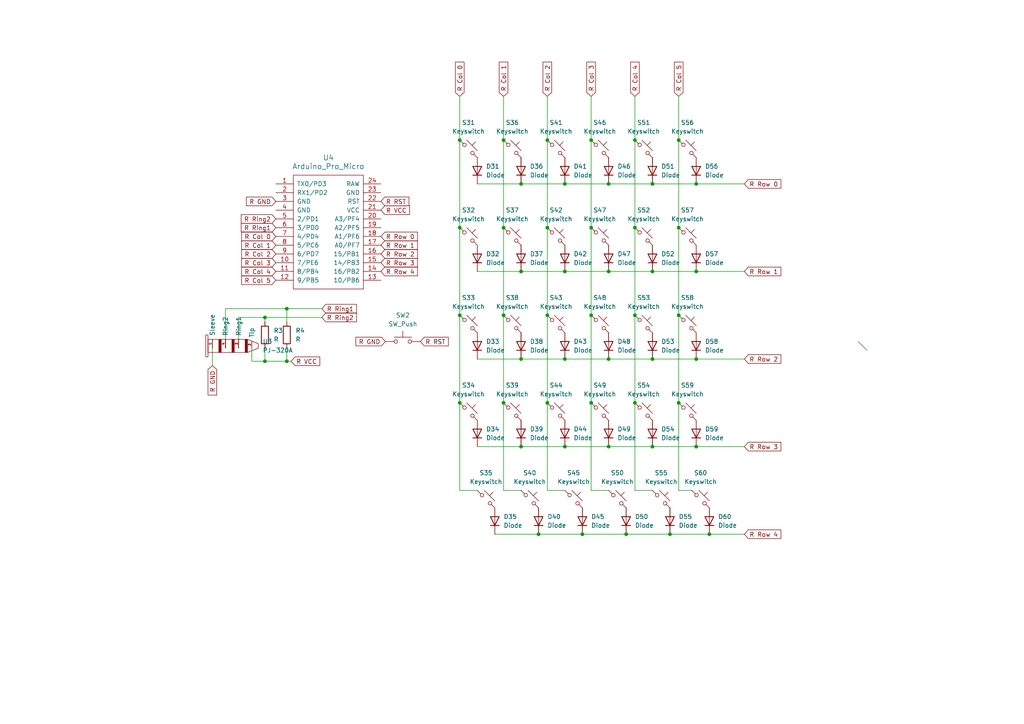
<source format=kicad_sch>
(kicad_sch (version 20250114) (generator "eeschema") (generator_version "9.0")
  (paper "A4")
  (lib_symbols
    (symbol "Device:R" (pin_numbers (hide yes)) (pin_names (offset 0))
      (property "Reference" "R" (at 2.032 0 90))
      (property "Value" "R" (at 0 0 90))
      (symbol "R_0_1"
        (rectangle (start -1.016 -2.54) (end 1.016 2.54) (stroke (width 0.254)))
      )
      (symbol "R_1_1"
        (pin passive line (at 0 3.81 270) (length 1.27) (name "~") (number "1"))
        (pin passive line (at 0 -3.81 90) (length 1.27) (name "~") (number "2"))
      )
    )
    (symbol "PJ-320A_Library:PJ-320A" (pin_names (offset 1.016))
      (property "Reference" "U" (at 0 -1.905 0))
      (property "Value" "PJ-320A" (at 0 0 0))
      (symbol "PJ-320A_0_1"
        (rectangle (start -3.175 1.27) (end 3.175 1.905))
        (polyline (pts (xy -1.905 13.335) (xy -0.635 16.51) (xy 0.635 16.51) (xy 1.905 13.335) (xy -1.905 13.335)))
        (rectangle (start -1.905 12.7) (end 1.905 13.335) (fill (type outline)))
        (rectangle (start -1.905 9.525) (end 1.905 12.7))
        (rectangle (start -1.905 8.89) (end 1.905 9.525) (fill (type outline)))
        (rectangle (start -1.905 5.715) (end 1.905 8.89))
        (rectangle (start -1.905 5.08) (end 1.905 5.715) (fill (type outline)))
        (rectangle (start -1.905 1.905) (end 1.905 5.08))
      )
      (symbol "PJ-320A_1_1"
        (pin bidirectional line (at 0.635 14.605 180) (length 2.0066) (name "Tip") (number "2"))
        (pin bidirectional line (at 0.635 10.795 180) (length 2.54) (name "Ring1") (number "3"))
        (pin bidirectional line (at 0.635 6.985 180) (length 2.54) (name "Ring2") (number "4"))
        (pin bidirectional line (at 0.635 3.175 180) (length 2.54) (name "Sleeve") (number "1"))
      )
    )
    (symbol "ScottKeebs:MCU_Arduino_Pro_Micro" (pin_names (offset 1.016))
      (property "Reference" "U" (at 0 0 0))
      (property "Value" "Arduino_Pro_Micro" (at 0 -19.05 0))
      (symbol "MCU_Arduino_Pro_Micro_0_1"
        (rectangle (start -10.16 16.51) (end 10.16 -16.51))
      )
      (symbol "MCU_Arduino_Pro_Micro_1_1"
        (pin input line (at -15.24 13.97 0) (length 5.08) (name "TX0/PD3") (number "1"))
        (pin input line (at -15.24 11.43 0) (length 5.08) (name "RX1/PD2") (number "2"))
        (pin input line (at -15.24 8.89 0) (length 5.08) (name "GND") (number "3"))
        (pin input line (at -15.24 6.35 0) (length 5.08) (name "GND") (number "4"))
        (pin input line (at -15.24 3.81 0) (length 5.08) (name "2/PD1") (number "5"))
        (pin input line (at -15.24 1.27 0) (length 5.08) (name "3/PD0") (number "6"))
        (pin input line (at -15.24 -1.27 0) (length 5.08) (name "4/PD4") (number "7"))
        (pin input line (at -15.24 -3.81 0) (length 5.08) (name "5/PC6") (number "8"))
        (pin input line (at -15.24 -6.35 0) (length 5.08) (name "6/PD7") (number "9"))
        (pin input line (at -15.24 -8.89 0) (length 5.08) (name "7/PE6") (number "10"))
        (pin input line (at -15.24 -11.43 0) (length 5.08) (name "8/PB4") (number "11"))
        (pin input line (at -15.24 -13.97 0) (length 5.08) (name "9/PB5") (number "12"))
        (pin input line (at 15.24 13.97 180) (length 5.08) (name "RAW") (number "24"))
        (pin input line (at 15.24 11.43 180) (length 5.08) (name "GND") (number "23"))
        (pin input line (at 15.24 8.89 180) (length 5.08) (name "RST") (number "22"))
        (pin input line (at 15.24 6.35 180) (length 5.08) (name "VCC") (number "21"))
        (pin input line (at 15.24 3.81 180) (length 5.08) (name "A3/PF4") (number "20"))
        (pin input line (at 15.24 1.27 180) (length 5.08) (name "A2/PF5") (number "19"))
        (pin input line (at 15.24 -1.27 180) (length 5.08) (name "A1/PF6") (number "18"))
        (pin input line (at 15.24 -3.81 180) (length 5.08) (name "A0/PF7") (number "17"))
        (pin input line (at 15.24 -6.35 180) (length 5.08) (name "15/PB1") (number "16"))
        (pin input line (at 15.24 -8.89 180) (length 5.08) (name "14/PB3") (number "15"))
        (pin input line (at 15.24 -11.43 180) (length 5.08) (name "16/PB2") (number "14"))
        (pin input line (at 15.24 -13.97 180) (length 5.08) (name "10/PB6") (number "13"))
      )
    )
    (symbol "ScottKeebs:Placeholder_Diode" (pin_numbers (hide yes)) (pin_names (hide yes))
      (property "Reference" "D" (at 0 2.54 0))
      (property "Value" "Diode" (at 0 -2.54 0))
      (symbol "Placeholder_Diode_0_1"
        (polyline (pts (xy -1.27 1.27) (xy -1.27 -1.27)) (stroke (width 0.254)))
        (polyline (pts (xy 1.27 1.27) (xy 1.27 -1.27) (xy -1.27 0) (xy 1.27 1.27)) (stroke (width 0.254)))
        (polyline (pts (xy 1.27 0) (xy -1.27 0)))
      )
      (symbol "Placeholder_Diode_1_1"
        (pin passive line (at -3.81 0 0) (length 2.54) (name "K") (number "1"))
        (pin passive line (at 3.81 0 180) (length 2.54) (name "A") (number "2"))
      )
    )
    (symbol "ScottKeebs:Placeholder_Keyswitch" (pin_numbers (hide yes)) (pin_names (offset 1.016) (hide yes))
      (property "Reference" "S" (at 3.048 1.016 0))
      (property "Value" "Keyswitch" (at 0 -3.81 0))
      (symbol "Placeholder_Keyswitch_0_1"
        (polyline (pts (xy -2.54 2.54) (xy -1.524 1.524) (xy -1.524 1.524)))
        (circle (center -1.1684 1.1684) (radius 0.508))
        (polyline (pts (xy -0.508 2.54) (xy 2.54 -0.508)))
        (polyline (pts (xy 1.016 1.016) (xy 2.032 2.032)))
        (circle (center 1.143 -1.1938) (radius 0.508))
        (polyline (pts (xy 1.524 -1.524) (xy 2.54 -2.54) (xy 2.54 -2.54) (xy 2.54 -2.54)))
        (pin passive line (at -2.54 2.54 0) (length 0) (name "1") (number "1"))
        (pin passive line (at 2.54 -2.54 180) (length 0) (name "2") (number "2"))
      )
    )
    (symbol "Switch:SW_Push" (pin_numbers (hide yes)) (pin_names (offset 1.016) (hide yes))
      (property "Reference" "SW" (at 1.27 2.54 0))
      (property "Value" "SW_Push" (at 0 -1.524 0))
      (symbol "SW_Push_0_1"
        (circle (center -2.032 0) (radius 0.508))
        (polyline (pts (xy 0 1.27) (xy 0 3.048)))
        (circle (center 2.032 0) (radius 0.508))
        (polyline (pts (xy 2.54 1.27) (xy -2.54 1.27)))
        (pin passive line (at -5.08 0 0) (length 2.54) (name "1") (number "1"))
        (pin passive line (at 5.08 0 180) (length 2.54) (name "2") (number "2"))
      )
    )
  )
  (junction (at 171.45 116.84))
  (junction (at 184.15 116.84))
  (junction (at 158.75 91.44))
  (junction (at 194.31 154.94))
  (junction (at 151.13 78.74))
  (junction (at 171.45 66.04))
  (junction (at 133.35 66.04))
  (junction (at 151.13 129.54))
  (junction (at 76.835 92.075))
  (junction (at 163.83 78.74))
  (junction (at 171.45 91.44))
  (junction (at 205.74 154.94))
  (junction (at 189.23 104.14))
  (junction (at 163.83 129.54))
  (junction (at 176.53 104.14))
  (junction (at 201.93 129.54))
  (junction (at 176.53 129.54))
  (junction (at 181.61 154.94))
  (junction (at 184.15 40.64))
  (junction (at 158.75 116.84))
  (junction (at 158.75 66.04))
  (junction (at 184.15 91.44))
  (junction (at 83.185 89.535))
  (junction (at 146.05 116.84))
  (junction (at 196.85 91.44))
  (junction (at 196.85 40.64))
  (junction (at 133.35 40.64))
  (junction (at 158.75 40.64))
  (junction (at 146.05 40.64))
  (junction (at 156.21 154.94))
  (junction (at 133.35 116.84))
  (junction (at 146.05 91.44))
  (junction (at 176.53 53.34))
  (junction (at 133.35 91.44))
  (junction (at 189.23 129.54))
  (junction (at 151.13 104.14))
  (junction (at 83.185 104.775))
  (junction (at 76.835 104.775))
  (junction (at 189.23 53.34))
  (junction (at 163.83 104.14))
  (junction (at 201.93 53.34))
  (junction (at 201.93 78.74))
  (junction (at 151.13 53.34))
  (junction (at 146.05 66.04))
  (junction (at 196.85 66.04))
  (junction (at 163.83 53.34))
  (junction (at 171.45 40.64))
  (junction (at 176.53 78.74))
  (junction (at 189.23 78.74))
  (junction (at 196.85 116.84))
  (junction (at 184.15 66.04))
  (junction (at 168.91 154.94))
  (junction (at 201.93 104.14))
  (no_connect (at 459.74 -59.69))
  (bus_entry (at 248.92 99.06) (size 2.54 2.54))
  (wire (pts (xy 146.05 66.04) (xy 146.05 91.44)))
  (wire (pts (xy 73.025 104.775) (xy 76.835 104.775)))
  (wire (pts (xy 171.45 40.64) (xy 171.45 66.04)))
  (wire (pts (xy 156.21 154.94) (xy 168.91 154.94)))
  (wire (pts (xy 176.53 129.54) (xy 189.23 129.54)))
  (wire (pts (xy 151.13 129.54) (xy 163.83 129.54)))
  (wire (pts (xy 163.83 53.34) (xy 176.53 53.34)))
  (wire (pts (xy 205.74 154.94) (xy 194.31 154.94)))
  (wire (pts (xy 171.45 91.44) (xy 171.45 116.84)))
  (wire (pts (xy 184.15 142.24) (xy 189.23 142.24)))
  (wire (pts (xy 184.15 116.84) (xy 184.15 142.24)))
  (wire (pts (xy 184.15 27.94) (xy 184.15 40.64)))
  (wire (pts (xy 83.185 100.965) (xy 83.185 104.775)))
  (wire (pts (xy 76.835 92.075) (xy 76.835 93.345)))
  (wire (pts (xy 138.43 129.54) (xy 151.13 129.54)))
  (wire (pts (xy 76.835 100.965) (xy 76.835 104.775)))
  (wire (pts (xy 196.85 40.64) (xy 196.85 66.04)))
  (wire (pts (xy 196.85 142.24) (xy 200.66 142.24)))
  (wire (pts (xy 133.35 116.84) (xy 133.35 142.24)))
  (wire (pts (xy 201.93 129.54) (xy 215.9 129.54)))
  (wire (pts (xy 171.45 66.04) (xy 171.45 91.44)))
  (wire (pts (xy 83.185 89.535) (xy 93.345 89.535)))
  (wire (pts (xy 189.23 78.74) (xy 201.93 78.74)))
  (wire (pts (xy 76.835 92.075) (xy 93.345 92.075)))
  (wire (pts (xy 133.35 27.94) (xy 133.35 40.64)))
  (wire (pts (xy 184.15 40.64) (xy 184.15 66.04)))
  (wire (pts (xy 163.83 104.14) (xy 176.53 104.14)))
  (wire (pts (xy 143.51 154.94) (xy 156.21 154.94)))
  (wire (pts (xy 83.185 89.535) (xy 83.185 93.345)))
  (wire (pts (xy 196.85 66.04) (xy 196.85 91.44)))
  (wire (pts (xy 189.23 53.34) (xy 201.93 53.34)))
  (wire (pts (xy 171.45 27.94) (xy 171.45 40.64)))
  (wire (pts (xy 176.53 53.34) (xy 189.23 53.34)))
  (wire (pts (xy 146.05 40.64) (xy 146.05 66.04)))
  (wire (pts (xy 146.05 91.44) (xy 146.05 116.84)))
  (wire (pts (xy 215.9 78.74) (xy 201.93 78.74)))
  (wire (pts (xy 73.025 104.775) (xy 73.025 100.965)))
  (wire (pts (xy 171.45 116.84) (xy 171.45 142.24)))
  (wire (pts (xy 69.215 92.075) (xy 76.835 92.075)))
  (wire (pts (xy 133.35 142.24) (xy 138.43 142.24)))
  (wire (pts (xy 158.75 91.44) (xy 158.75 116.84)))
  (wire (pts (xy 215.9 104.14) (xy 201.93 104.14)))
  (wire (pts (xy 163.83 78.74) (xy 176.53 78.74)))
  (wire (pts (xy 83.185 104.775) (xy 84.455 104.775)))
  (wire (pts (xy 215.9 154.94) (xy 205.74 154.94)))
  (wire (pts (xy 76.835 104.775) (xy 83.185 104.775)))
  (wire (pts (xy 168.91 154.94) (xy 181.61 154.94)))
  (wire (pts (xy 138.43 104.14) (xy 151.13 104.14)))
  (wire (pts (xy 138.43 78.74) (xy 151.13 78.74)))
  (wire (pts (xy 133.35 66.04) (xy 133.35 91.44)))
  (wire (pts (xy 196.85 91.44) (xy 196.85 116.84)))
  (wire (pts (xy 65.405 100.965) (xy 65.405 89.535)))
  (wire (pts (xy 158.75 116.84) (xy 158.75 142.24)))
  (wire (pts (xy 189.23 104.14) (xy 201.93 104.14)))
  (wire (pts (xy 146.05 27.94) (xy 146.05 40.64)))
  (wire (pts (xy 61.595 100.965) (xy 61.595 106.045)))
  (wire (pts (xy 176.53 78.74) (xy 189.23 78.74)))
  (wire (pts (xy 133.35 91.44) (xy 133.35 116.84)))
  (wire (pts (xy 146.05 142.24) (xy 151.13 142.24)))
  (wire (pts (xy 158.75 142.24) (xy 163.83 142.24)))
  (wire (pts (xy 151.13 78.74) (xy 163.83 78.74)))
  (wire (pts (xy 158.75 66.04) (xy 158.75 91.44)))
  (wire (pts (xy 184.15 91.44) (xy 184.15 116.84)))
  (wire (pts (xy 196.85 116.84) (xy 196.85 142.24)))
  (wire (pts (xy 189.23 129.54) (xy 201.93 129.54)))
  (wire (pts (xy 133.35 40.64) (xy 133.35 66.04)))
  (wire (pts (xy 201.93 53.34) (xy 215.9 53.34)))
  (wire (pts (xy 163.83 129.54) (xy 176.53 129.54)))
  (wire (pts (xy 158.75 40.64) (xy 158.75 66.04)))
  (wire (pts (xy 151.13 53.34) (xy 163.83 53.34)))
  (wire (pts (xy 151.13 104.14) (xy 163.83 104.14)))
  (wire (pts (xy 196.85 27.94) (xy 196.85 40.64)))
  (wire (pts (xy 176.53 104.14) (xy 189.23 104.14)))
  (wire (pts (xy 184.15 66.04) (xy 184.15 91.44)))
  (wire (pts (xy 171.45 142.24) (xy 176.53 142.24)))
  (wire (pts (xy 65.405 89.535) (xy 83.185 89.535)))
  (wire (pts (xy 138.43 53.34) (xy 151.13 53.34)))
  (wire (pts (xy 158.75 27.94) (xy 158.75 40.64)))
  (wire (pts (xy 69.215 100.965) (xy 69.215 92.075)))
  (wire (pts (xy 146.05 116.84) (xy 146.05 142.24)))
  (wire (pts (xy 181.61 154.94) (xy 194.31 154.94)))
  (global_label "R Row 0" (shape input) (at 215.9 53.34 0) (property "Intersheetrefs" "${INTERSHEET_REFS}" (effects (hide yes))))
  (global_label "R Ring1" (shape input) (at 93.345 89.535 0) (property "Intersheetrefs" "${INTERSHEET_REFS}" (effects (hide yes))))
  (global_label "R GND" (shape input) (at 111.76 99.06 180) (property "Intersheetrefs" "${INTERSHEET_REFS}" (effects (hide yes))))
  (global_label "R GND" (shape input) (at 61.595 106.045 270) (property "Intersheetrefs" "${INTERSHEET_REFS}" (effects (hide yes))))
  (global_label "R Col 0" (shape input) (at 80.01 68.58 180) (property "Intersheetrefs" "${INTERSHEET_REFS}" (effects (hide yes))))
  (global_label "R Row 3" (shape input) (at 110.49 76.2 0) (property "Intersheetrefs" "${INTERSHEET_REFS}" (effects (hide yes))))
  (global_label "R Ring1" (shape input) (at 80.01 66.04 180) (property "Intersheetrefs" "${INTERSHEET_REFS}" (effects (hide yes))))
  (global_label "R Col 3" (shape input) (at 80.01 76.2 180) (property "Intersheetrefs" "${INTERSHEET_REFS}" (effects (hide yes))))
  (global_label "R Ring2" (shape input) (at 80.01 63.5 180) (property "Intersheetrefs" "${INTERSHEET_REFS}" (effects (hide yes))))
  (global_label "R Row 2" (shape input) (at 215.9 104.14 0) (property "Intersheetrefs" "${INTERSHEET_REFS}" (effects (hide yes))))
  (global_label "R Row 3" (shape input) (at 215.9 129.54 0) (property "Intersheetrefs" "${INTERSHEET_REFS}" (effects (hide yes))))
  (global_label "R Row 4" (shape input) (at 215.9 154.94 0) (property "Intersheetrefs" "${INTERSHEET_REFS}" (effects (hide yes))))
  (global_label "R Col 0" (shape input) (at 133.35 27.94 90) (property "Intersheetrefs" "${INTERSHEET_REFS}" (effects (hide yes))))
  (global_label "R VCC" (shape input) (at 110.49 60.96 0) (property "Intersheetrefs" "${INTERSHEET_REFS}" (effects (hide yes))))
  (global_label "R Row 4" (shape input) (at 110.49 78.74 0) (property "Intersheetrefs" "${INTERSHEET_REFS}" (effects (hide yes))))
  (global_label "R Row 1" (shape input) (at 110.49 71.12 0) (property "Intersheetrefs" "${INTERSHEET_REFS}" (effects (hide yes))))
  (global_label "R Col 2" (shape input) (at 158.75 27.94 90) (property "Intersheetrefs" "${INTERSHEET_REFS}" (effects (hide yes))))
  (global_label "R Ring2" (shape input) (at 93.345 92.075 0) (property "Intersheetrefs" "${INTERSHEET_REFS}" (effects (hide yes))))
  (global_label "R RST" (shape input) (at 121.92 99.06 0) (property "Intersheetrefs" "${INTERSHEET_REFS}" (effects (hide yes))))
  (global_label "R Col 1" (shape input) (at 146.05 27.94 90) (property "Intersheetrefs" "${INTERSHEET_REFS}" (effects (hide yes))))
  (global_label "R Col 1" (shape input) (at 80.01 71.12 180) (property "Intersheetrefs" "${INTERSHEET_REFS}" (effects (hide yes))))
  (global_label "R GND" (shape input) (at 80.01 58.42 180) (property "Intersheetrefs" "${INTERSHEET_REFS}" (effects (hide yes))))
  (global_label "R Col 5" (shape input) (at 80.01 81.28 180) (property "Intersheetrefs" "${INTERSHEET_REFS}" (effects (hide yes))))
  (global_label "R Col 5" (shape input) (at 196.85 27.94 90) (property "Intersheetrefs" "${INTERSHEET_REFS}" (effects (hide yes))))
  (global_label "R Row 1" (shape input) (at 215.9 78.74 0) (property "Intersheetrefs" "${INTERSHEET_REFS}" (effects (hide yes))))
  (global_label "R Col 4" (shape input) (at 184.15 27.94 90) (property "Intersheetrefs" "${INTERSHEET_REFS}" (effects (hide yes))))
  (global_label "R Row 2" (shape input) (at 110.49 73.66 0) (property "Intersheetrefs" "${INTERSHEET_REFS}" (effects (hide yes))))
  (global_label "R Col 3" (shape input) (at 171.45 27.94 90) (property "Intersheetrefs" "${INTERSHEET_REFS}" (effects (hide yes))))
  (global_label "R Col 2" (shape input) (at 80.01 73.66 180) (property "Intersheetrefs" "${INTERSHEET_REFS}" (effects (hide yes))))
  (global_label "R Col 4" (shape input) (at 80.01 78.74 180) (property "Intersheetrefs" "${INTERSHEET_REFS}" (effects (hide yes))))
  (global_label "R VCC" (shape input) (at 84.455 104.775 0) (property "Intersheetrefs" "${INTERSHEET_REFS}" (effects (hide yes))))
  (global_label "R Row 0" (shape input) (at 110.49 68.58 0) (property "Intersheetrefs" "${INTERSHEET_REFS}" (effects (hide yes))))
  (global_label "R RST" (shape input) (at 110.49 58.42 0) (property "Intersheetrefs" "${INTERSHEET_REFS}" (effects (hide yes))))
  (symbol (lib_id "ScottKeebs:Placeholder_Keyswitch") (at 135.89 93.98 0) (unit 1)
    (property "Reference" "S33" (at 135.89 86.36 0))
    (property "Value" "Keyswitch" (at 135.89 88.9 0))
    (property "Footprint" "marbastlib-xp-choc:SW_choc_MxCombo_1u" (effects (hide yes)))
    (property "Description" "Push button switch, normally open, two pins, 45° tilted" (effects (hide yes)))
  )
  (symbol (lib_id "ScottKeebs:Placeholder_Diode") (at 168.91 151.13 90) (unit 1)
    (property "Reference" "D45" (at 171.45 149.8599 90) (effects (justify right)))
    (property "Value" "Diode" (at 171.45 152.3999 90) (effects (justify right)))
    (property "Footprint" "Diode_THT:D_DO-35_SOD27_P7.62mm_Horizontal" (effects (hide yes)))
    (property "Description" "1N4148 (DO-35) or 1N4148W (SOD-123)" (effects (hide yes)))
    (property "Sim.Device" "D" (effects (hide yes)))
    (property "Sim.Pins" "1=K 2=A" (effects (hide yes)))
  )
  (symbol (lib_id "Device:R") (at 76.835 97.155 180) (unit 1)
    (property "Reference" "R3" (at 79.375 95.8849 0) (effects (justify right)))
    (property "Value" "R" (at 79.375 98.4249 0) (effects (justify right)))
    (property "Footprint" "Resistor_THT:R_Axial_DIN0204_L3.6mm_D1.6mm_P5.08mm_Horizontal" (effects (hide yes)))
    (property "Description" "Resistor" (effects (hide yes)))
  )
  (symbol (lib_id "ScottKeebs:Placeholder_Keyswitch") (at 173.99 119.38 0) (unit 1)
    (property "Reference" "S49" (at 173.99 111.76 0))
    (property "Value" "Keyswitch" (at 173.99 114.3 0))
    (property "Footprint" "marbastlib-xp-choc:SW_choc_MxCombo_1u" (effects (hide yes)))
    (property "Description" "Push button switch, normally open, two pins, 45° tilted" (effects (hide yes)))
  )
  (symbol (lib_id "ScottKeebs:Placeholder_Keyswitch") (at 135.89 43.18 0) (unit 1)
    (property "Reference" "S31" (at 135.89 35.56 0))
    (property "Value" "Keyswitch" (at 135.89 38.1 0))
    (property "Footprint" "marbastlib-xp-choc:SW_choc_MxCombo_1u" (effects (hide yes)))
    (property "Description" "Push button switch, normally open, two pins, 45° tilted" (effects (hide yes)))
  )
  (symbol (lib_id "ScottKeebs:Placeholder_Diode") (at 189.23 74.93 90) (unit 1)
    (property "Reference" "D52" (at 191.77 73.6599 90) (effects (justify right)))
    (property "Value" "Diode" (at 191.77 76.1999 90) (effects (justify right)))
    (property "Footprint" "Diode_THT:D_DO-35_SOD27_P7.62mm_Horizontal" (effects (hide yes)))
    (property "Description" "1N4148 (DO-35) or 1N4148W (SOD-123)" (effects (hide yes)))
    (property "Sim.Device" "D" (effects (hide yes)))
    (property "Sim.Pins" "1=K 2=A" (effects (hide yes)))
  )
  (symbol (lib_id "ScottKeebs:Placeholder_Keyswitch") (at 148.59 119.38 0) (unit 1)
    (property "Reference" "S39" (at 148.59 111.76 0))
    (property "Value" "Keyswitch" (at 148.59 114.3 0))
    (property "Footprint" "marbastlib-xp-choc:SW_choc_MxCombo_1u" (effects (hide yes)))
    (property "Description" "Push button switch, normally open, two pins, 45° tilted" (effects (hide yes)))
  )
  (symbol (lib_id "ScottKeebs:Placeholder_Diode") (at 176.53 125.73 90) (unit 1)
    (property "Reference" "D49" (at 179.07 124.4599 90) (effects (justify right)))
    (property "Value" "Diode" (at 179.07 126.9999 90) (effects (justify right)))
    (property "Footprint" "Diode_THT:D_DO-35_SOD27_P7.62mm_Horizontal" (effects (hide yes)))
    (property "Description" "1N4148 (DO-35) or 1N4148W (SOD-123)" (effects (hide yes)))
    (property "Sim.Device" "D" (effects (hide yes)))
    (property "Sim.Pins" "1=K 2=A" (effects (hide yes)))
  )
  (symbol (lib_id "ScottKeebs:Placeholder_Diode") (at 151.13 125.73 90) (unit 1)
    (property "Reference" "D39" (at 153.67 124.4599 90) (effects (justify right)))
    (property "Value" "Diode" (at 153.67 126.9999 90) (effects (justify right)))
    (property "Footprint" "Diode_THT:D_DO-35_SOD27_P7.62mm_Horizontal" (effects (hide yes)))
    (property "Description" "1N4148 (DO-35) or 1N4148W (SOD-123)" (effects (hide yes)))
    (property "Sim.Device" "D" (effects (hide yes)))
    (property "Sim.Pins" "1=K 2=A" (effects (hide yes)))
  )
  (symbol (lib_id "ScottKeebs:Placeholder_Diode") (at 201.93 100.33 90) (unit 1)
    (property "Reference" "D58" (at 204.47 99.0599 90) (effects (justify right)))
    (property "Value" "Diode" (at 204.47 101.5999 90) (effects (justify right)))
    (property "Footprint" "Diode_THT:D_DO-35_SOD27_P7.62mm_Horizontal" (effects (hide yes)))
    (property "Description" "1N4148 (DO-35) or 1N4148W (SOD-123)" (effects (hide yes)))
    (property "Sim.Device" "D" (effects (hide yes)))
    (property "Sim.Pins" "1=K 2=A" (effects (hide yes)))
  )
  (symbol (lib_id "ScottKeebs:Placeholder_Diode") (at 138.43 125.73 90) (unit 1)
    (property "Reference" "D34" (at 140.97 124.4599 90) (effects (justify right)))
    (property "Value" "Diode" (at 140.97 126.9999 90) (effects (justify right)))
    (property "Footprint" "Diode_THT:D_DO-35_SOD27_P7.62mm_Horizontal" (effects (hide yes)))
    (property "Description" "1N4148 (DO-35) or 1N4148W (SOD-123)" (effects (hide yes)))
    (property "Sim.Device" "D" (effects (hide yes)))
    (property "Sim.Pins" "1=K 2=A" (effects (hide yes)))
  )
  (symbol (lib_id "ScottKeebs:Placeholder_Diode") (at 138.43 74.93 90) (unit 1)
    (property "Reference" "D32" (at 140.97 73.6599 90) (effects (justify right)))
    (property "Value" "Diode" (at 140.97 76.1999 90) (effects (justify right)))
    (property "Footprint" "Diode_THT:D_DO-35_SOD27_P7.62mm_Horizontal" (effects (hide yes)))
    (property "Description" "1N4148 (DO-35) or 1N4148W (SOD-123)" (effects (hide yes)))
    (property "Sim.Device" "D" (effects (hide yes)))
    (property "Sim.Pins" "1=K 2=A" (effects (hide yes)))
  )
  (symbol (lib_id "ScottKeebs:Placeholder_Keyswitch") (at 161.29 43.18 0) (unit 1)
    (property "Reference" "S41" (at 161.29 35.56 0))
    (property "Value" "Keyswitch" (at 161.29 38.1 0))
    (property "Footprint" "marbastlib-xp-choc:SW_choc_MxCombo_1u" (effects (hide yes)))
    (property "Description" "Push button switch, normally open, two pins, 45° tilted" (effects (hide yes)))
  )
  (symbol (lib_id "ScottKeebs:Placeholder_Diode") (at 151.13 74.93 90) (unit 1)
    (property "Reference" "D37" (at 153.67 73.6599 90) (effects (justify right)))
    (property "Value" "Diode" (at 153.67 76.1999 90) (effects (justify right)))
    (property "Footprint" "Diode_THT:D_DO-35_SOD27_P7.62mm_Horizontal" (effects (hide yes)))
    (property "Description" "1N4148 (DO-35) or 1N4148W (SOD-123)" (effects (hide yes)))
    (property "Sim.Device" "D" (effects (hide yes)))
    (property "Sim.Pins" "1=K 2=A" (effects (hide yes)))
  )
  (symbol (lib_id "ScottKeebs:Placeholder_Keyswitch") (at 148.59 93.98 0) (unit 1)
    (property "Reference" "S38" (at 148.59 86.36 0))
    (property "Value" "Keyswitch" (at 148.59 88.9 0))
    (property "Footprint" "marbastlib-xp-choc:SW_choc_MxCombo_1u" (effects (hide yes)))
    (property "Description" "Push button switch, normally open, two pins, 45° tilted" (effects (hide yes)))
  )
  (symbol (lib_id "ScottKeebs:Placeholder_Diode") (at 189.23 100.33 90) (unit 1)
    (property "Reference" "D53" (at 191.77 99.0599 90) (effects (justify right)))
    (property "Value" "Diode" (at 191.77 101.5999 90) (effects (justify right)))
    (property "Footprint" "Diode_THT:D_DO-35_SOD27_P7.62mm_Horizontal" (effects (hide yes)))
    (property "Description" "1N4148 (DO-35) or 1N4148W (SOD-123)" (effects (hide yes)))
    (property "Sim.Device" "D" (effects (hide yes)))
    (property "Sim.Pins" "1=K 2=A" (effects (hide yes)))
  )
  (symbol (lib_id "ScottKeebs:Placeholder_Keyswitch") (at 203.2 144.78 0) (unit 1)
    (property "Reference" "S60" (at 203.2 137.16 0))
    (property "Value" "Keyswitch" (at 203.2 139.7 0))
    (property "Footprint" "marbastlib-xp-choc:SW_choc_MxCombo_1u" (effects (hide yes)))
    (property "Description" "Push button switch, normally open, two pins, 45° tilted" (effects (hide yes)))
  )
  (symbol (lib_id "ScottKeebs:Placeholder_Diode") (at 176.53 74.93 90) (unit 1)
    (property "Reference" "D47" (at 179.07 73.6599 90) (effects (justify right)))
    (property "Value" "Diode" (at 179.07 76.1999 90) (effects (justify right)))
    (property "Footprint" "Diode_THT:D_DO-35_SOD27_P7.62mm_Horizontal" (effects (hide yes)))
    (property "Description" "1N4148 (DO-35) or 1N4148W (SOD-123)" (effects (hide yes)))
    (property "Sim.Device" "D" (effects (hide yes)))
    (property "Sim.Pins" "1=K 2=A" (effects (hide yes)))
  )
  (symbol (lib_id "ScottKeebs:Placeholder_Keyswitch") (at 186.69 119.38 0) (unit 1)
    (property "Reference" "S54" (at 186.69 111.76 0))
    (property "Value" "Keyswitch" (at 186.69 114.3 0))
    (property "Footprint" "marbastlib-xp-choc:SW_choc_MxCombo_1u" (effects (hide yes)))
    (property "Description" "Push button switch, normally open, two pins, 45° tilted" (effects (hide yes)))
  )
  (symbol (lib_id "ScottKeebs:Placeholder_Keyswitch") (at 173.99 68.58 0) (unit 1)
    (property "Reference" "S47" (at 173.99 60.96 0))
    (property "Value" "Keyswitch" (at 173.99 63.5 0))
    (property "Footprint" "marbastlib-xp-choc:SW_choc_MxCombo_1u" (effects (hide yes)))
    (property "Description" "Push button switch, normally open, two pins, 45° tilted" (effects (hide yes)))
  )
  (symbol (lib_id "ScottKeebs:Placeholder_Keyswitch") (at 135.89 68.58 0) (unit 1)
    (property "Reference" "S32" (at 135.89 60.96 0))
    (property "Value" "Keyswitch" (at 135.89 63.5 0))
    (property "Footprint" "marbastlib-xp-choc:SW_choc_MxCombo_1u" (effects (hide yes)))
    (property "Description" "Push button switch, normally open, two pins, 45° tilted" (effects (hide yes)))
  )
  (symbol (lib_id "ScottKeebs:Placeholder_Diode") (at 143.51 151.13 90) (unit 1)
    (property "Reference" "D35" (at 146.05 149.8599 90) (effects (justify right)))
    (property "Value" "Diode" (at 146.05 152.3999 90) (effects (justify right)))
    (property "Footprint" "Diode_THT:D_DO-35_SOD27_P7.62mm_Horizontal" (effects (hide yes)))
    (property "Description" "1N4148 (DO-35) or 1N4148W (SOD-123)" (effects (hide yes)))
    (property "Sim.Device" "D" (effects (hide yes)))
    (property "Sim.Pins" "1=K 2=A" (effects (hide yes)))
  )
  (symbol (lib_id "ScottKeebs:Placeholder_Diode") (at 201.93 49.53 90) (unit 1)
    (property "Reference" "D56" (at 204.47 48.2599 90) (effects (justify right)))
    (property "Value" "Diode" (at 204.47 50.7999 90) (effects (justify right)))
    (property "Footprint" "Diode_THT:D_DO-35_SOD27_P7.62mm_Horizontal" (effects (hide yes)))
    (property "Description" "1N4148 (DO-35) or 1N4148W (SOD-123)" (effects (hide yes)))
    (property "Sim.Device" "D" (effects (hide yes)))
    (property "Sim.Pins" "1=K 2=A" (effects (hide yes)))
  )
  (symbol (lib_id "Device:R") (at 83.185 97.155 180) (unit 1)
    (property "Reference" "R4" (at 85.725 95.8849 0) (effects (justify right)))
    (property "Value" "R" (at 85.725 98.4249 0) (effects (justify right)))
    (property "Footprint" "Resistor_THT:R_Axial_DIN0204_L3.6mm_D1.6mm_P5.08mm_Horizontal" (effects (hide yes)))
    (property "Description" "Resistor" (effects (hide yes)))
  )
  (symbol (lib_id "ScottKeebs:Placeholder_Keyswitch") (at 161.29 93.98 0) (unit 1)
    (property "Reference" "S43" (at 161.29 86.36 0))
    (property "Value" "Keyswitch" (at 161.29 88.9 0))
    (property "Footprint" "marbastlib-xp-choc:SW_choc_MxCombo_1u" (effects (hide yes)))
    (property "Description" "Push button switch, normally open, two pins, 45° tilted" (effects (hide yes)))
  )
  (symbol (lib_id "ScottKeebs:Placeholder_Diode") (at 156.21 151.13 90) (unit 1)
    (property "Reference" "D40" (at 158.75 149.8599 90) (effects (justify right)))
    (property "Value" "Diode" (at 158.75 152.3999 90) (effects (justify right)))
    (property "Footprint" "Diode_THT:D_DO-35_SOD27_P7.62mm_Horizontal" (effects (hide yes)))
    (property "Description" "1N4148 (DO-35) or 1N4148W (SOD-123)" (effects (hide yes)))
    (property "Sim.Device" "D" (effects (hide yes)))
    (property "Sim.Pins" "1=K 2=A" (effects (hide yes)))
  )
  (symbol (lib_id "ScottKeebs:Placeholder_Keyswitch") (at 199.39 93.98 0) (unit 1)
    (property "Reference" "S58" (at 199.39 86.36 0))
    (property "Value" "Keyswitch" (at 199.39 88.9 0))
    (property "Footprint" "marbastlib-xp-choc:SW_choc_MxCombo_1u" (effects (hide yes)))
    (property "Description" "Push button switch, normally open, two pins, 45° tilted" (effects (hide yes)))
  )
  (symbol (lib_id "ScottKeebs:Placeholder_Diode") (at 189.23 49.53 90) (unit 1)
    (property "Reference" "D51" (at 191.77 48.2599 90) (effects (justify right)))
    (property "Value" "Diode" (at 191.77 50.7999 90) (effects (justify right)))
    (property "Footprint" "Diode_THT:D_DO-35_SOD27_P7.62mm_Horizontal" (effects (hide yes)))
    (property "Description" "1N4148 (DO-35) or 1N4148W (SOD-123)" (effects (hide yes)))
    (property "Sim.Device" "D" (effects (hide yes)))
    (property "Sim.Pins" "1=K 2=A" (effects (hide yes)))
  )
  (symbol (lib_id "ScottKeebs:Placeholder_Keyswitch") (at 191.77 144.78 0) (unit 1)
    (property "Reference" "S55" (at 191.77 137.16 0))
    (property "Value" "Keyswitch" (at 191.77 139.7 0))
    (property "Footprint" "marbastlib-xp-choc:SW_choc_MxCombo_1u" (effects (hide yes)))
    (property "Description" "Push button switch, normally open, two pins, 45° tilted" (effects (hide yes)))
  )
  (symbol (lib_id "ScottKeebs:Placeholder_Diode") (at 138.43 49.53 90) (unit 1)
    (property "Reference" "D31" (at 140.97 48.2599 90) (effects (justify right)))
    (property "Value" "Diode" (at 140.97 50.7999 90) (effects (justify right)))
    (property "Footprint" "Diode_THT:D_DO-35_SOD27_P7.62mm_Horizontal" (effects (hide yes)))
    (property "Description" "1N4148 (DO-35) or 1N4148W (SOD-123)" (effects (hide yes)))
    (property "Sim.Device" "D" (effects (hide yes)))
    (property "Sim.Pins" "1=K 2=A" (effects (hide yes)))
  )
  (symbol (lib_id "ScottKeebs:Placeholder_Diode") (at 151.13 100.33 90) (unit 1)
    (property "Reference" "D38" (at 153.67 99.0599 90) (effects (justify right)))
    (property "Value" "Diode" (at 153.67 101.5999 90) (effects (justify right)))
    (property "Footprint" "Diode_THT:D_DO-35_SOD27_P7.62mm_Horizontal" (effects (hide yes)))
    (property "Description" "1N4148 (DO-35) or 1N4148W (SOD-123)" (effects (hide yes)))
    (property "Sim.Device" "D" (effects (hide yes)))
    (property "Sim.Pins" "1=K 2=A" (effects (hide yes)))
  )
  (symbol (lib_id "ScottKeebs:Placeholder_Diode") (at 163.83 74.93 90) (unit 1)
    (property "Reference" "D42" (at 166.37 73.6599 90) (effects (justify right)))
    (property "Value" "Diode" (at 166.37 76.1999 90) (effects (justify right)))
    (property "Footprint" "Diode_THT:D_DO-35_SOD27_P7.62mm_Horizontal" (effects (hide yes)))
    (property "Description" "1N4148 (DO-35) or 1N4148W (SOD-123)" (effects (hide yes)))
    (property "Sim.Device" "D" (effects (hide yes)))
    (property "Sim.Pins" "1=K 2=A" (effects (hide yes)))
  )
  (symbol (lib_id "ScottKeebs:Placeholder_Keyswitch") (at 135.89 119.38 0) (unit 1)
    (property "Reference" "S34" (at 135.89 111.76 0))
    (property "Value" "Keyswitch" (at 135.89 114.3 0))
    (property "Footprint" "marbastlib-xp-choc:SW_choc_MxCombo_1u" (effects (hide yes)))
    (property "Description" "Push button switch, normally open, two pins, 45° tilted" (effects (hide yes)))
  )
  (symbol (lib_id "Switch:SW_Push") (at 116.84 99.06 0) (unit 1)
    (property "Reference" "SW2" (at 116.84 91.44 0))
    (property "Value" "SW_Push" (at 116.84 93.98 0))
    (property "Footprint" "Button_Switch_THT:SW_PUSH_6mm" (effects (hide yes)))
    (property "Description" "Push button switch, generic, two pins" (effects (hide yes)))
  )
  (symbol (lib_id "ScottKeebs:Placeholder_Keyswitch") (at 186.69 68.58 0) (unit 1)
    (property "Reference" "S52" (at 186.69 60.96 0))
    (property "Value" "Keyswitch" (at 186.69 63.5 0))
    (property "Footprint" "marbastlib-xp-choc:SW_choc_MxCombo_1u" (effects (hide yes)))
    (property "Description" "Push button switch, normally open, two pins, 45° tilted" (effects (hide yes)))
  )
  (symbol (lib_id "ScottKeebs:Placeholder_Keyswitch") (at 186.69 43.18 0) (unit 1)
    (property "Reference" "S51" (at 186.69 35.56 0))
    (property "Value" "Keyswitch" (at 186.69 38.1 0))
    (property "Footprint" "marbastlib-xp-choc:SW_choc_MxCombo_1u" (effects (hide yes)))
    (property "Description" "Push button switch, normally open, two pins, 45° tilted" (effects (hide yes)))
  )
  (symbol (lib_id "ScottKeebs:Placeholder_Keyswitch") (at 173.99 43.18 0) (unit 1)
    (property "Reference" "S46" (at 173.99 35.56 0))
    (property "Value" "Keyswitch" (at 173.99 38.1 0))
    (property "Footprint" "marbastlib-xp-choc:SW_choc_MxCombo_1u" (effects (hide yes)))
    (property "Description" "Push button switch, normally open, two pins, 45° tilted" (effects (hide yes)))
  )
  (symbol (lib_id "ScottKeebs:Placeholder_Keyswitch") (at 199.39 43.18 0) (unit 1)
    (property "Reference" "S56" (at 199.39 35.56 0))
    (property "Value" "Keyswitch" (at 199.39 38.1 0))
    (property "Footprint" "marbastlib-xp-choc:SW_choc_MxCombo_1u" (effects (hide yes)))
    (property "Description" "Push button switch, normally open, two pins, 45° tilted" (effects (hide yes)))
  )
  (symbol (lib_id "ScottKeebs:Placeholder_Keyswitch") (at 161.29 68.58 0) (unit 1)
    (property "Reference" "S42" (at 161.29 60.96 0))
    (property "Value" "Keyswitch" (at 161.29 63.5 0))
    (property "Footprint" "marbastlib-xp-choc:SW_choc_MxCombo_1u" (effects (hide yes)))
    (property "Description" "Push button switch, normally open, two pins, 45° tilted" (effects (hide yes)))
  )
  (symbol (lib_id "ScottKeebs:Placeholder_Keyswitch") (at 140.97 144.78 0) (unit 1)
    (property "Reference" "S35" (at 140.97 137.16 0))
    (property "Value" "Keyswitch" (at 140.97 139.7 0))
    (property "Footprint" "marbastlib-xp-choc:SW_choc_MxCombo_1u" (effects (hide yes)))
    (property "Description" "Push button switch, normally open, two pins, 45° tilted" (effects (hide yes)))
  )
  (symbol (lib_id "ScottKeebs:Placeholder_Keyswitch") (at 179.07 144.78 0) (unit 1)
    (property "Reference" "S50" (at 179.07 137.16 0))
    (property "Value" "Keyswitch" (at 179.07 139.7 0))
    (property "Footprint" "marbastlib-xp-choc:SW_choc_MxCombo_1u" (effects (hide yes)))
    (property "Description" "Push button switch, normally open, two pins, 45° tilted" (effects (hide yes)))
  )
  (symbol (lib_id "ScottKeebs:Placeholder_Keyswitch") (at 166.37 144.78 0) (unit 1)
    (property "Reference" "S45" (at 166.37 137.16 0))
    (property "Value" "Keyswitch" (at 166.37 139.7 0))
    (property "Footprint" "marbastlib-xp-choc:SW_choc_MxCombo_1u" (effects (hide yes)))
    (property "Description" "Push button switch, normally open, two pins, 45° tilted" (effects (hide yes)))
  )
  (symbol (lib_id "ScottKeebs:Placeholder_Diode") (at 201.93 125.73 90) (unit 1)
    (property "Reference" "D59" (at 204.47 124.4599 90) (effects (justify right)))
    (property "Value" "Diode" (at 204.47 126.9999 90) (effects (justify right)))
    (property "Footprint" "Diode_THT:D_DO-35_SOD27_P7.62mm_Horizontal" (effects (hide yes)))
    (property "Description" "1N4148 (DO-35) or 1N4148W (SOD-123)" (effects (hide yes)))
    (property "Sim.Device" "D" (effects (hide yes)))
    (property "Sim.Pins" "1=K 2=A" (effects (hide yes)))
  )
  (symbol (lib_id "ScottKeebs:Placeholder_Keyswitch") (at 199.39 68.58 0) (unit 1)
    (property "Reference" "S57" (at 199.39 60.96 0))
    (property "Value" "Keyswitch" (at 199.39 63.5 0))
    (property "Footprint" "marbastlib-xp-choc:SW_choc_MxCombo_1u" (effects (hide yes)))
    (property "Description" "Push button switch, normally open, two pins, 45° tilted" (effects (hide yes)))
  )
  (symbol (lib_id "ScottKeebs:MCU_Arduino_Pro_Micro") (at 95.25 67.31 0) (unit 1)
    (property "Reference" "U4" (at 95.25 45.72 0) (effects (font (size 1.524 1.524))))
    (property "Value" "Arduino_Pro_Micro" (at 95.25 48.26 0) (effects (font (size 1.524 1.524))))
    (property "Footprint" "ScottoKeebs_MCU:Arduino_Pro_Micro" (effects (hide yes)))
  )
  (symbol (lib_id "ScottKeebs:Placeholder_Diode") (at 189.23 125.73 90) (unit 1)
    (property "Reference" "D54" (at 191.77 124.4599 90) (effects (justify right)))
    (property "Value" "Diode" (at 191.77 126.9999 90) (effects (justify right)))
    (property "Footprint" "Diode_THT:D_DO-35_SOD27_P7.62mm_Horizontal" (effects (hide yes)))
    (property "Description" "1N4148 (DO-35) or 1N4148W (SOD-123)" (effects (hide yes)))
    (property "Sim.Device" "D" (effects (hide yes)))
    (property "Sim.Pins" "1=K 2=A" (effects (hide yes)))
  )
  (symbol (lib_id "ScottKeebs:Placeholder_Diode") (at 138.43 100.33 90) (unit 1)
    (property "Reference" "D33" (at 140.97 99.0599 90) (effects (justify right)))
    (property "Value" "Diode" (at 140.97 101.5999 90) (effects (justify right)))
    (property "Footprint" "Diode_THT:D_DO-35_SOD27_P7.62mm_Horizontal" (effects (hide yes)))
    (property "Description" "1N4148 (DO-35) or 1N4148W (SOD-123)" (effects (hide yes)))
    (property "Sim.Device" "D" (effects (hide yes)))
    (property "Sim.Pins" "1=K 2=A" (effects (hide yes)))
  )
  (symbol (lib_id "ScottKeebs:Placeholder_Diode") (at 176.53 100.33 90) (unit 1)
    (property "Reference" "D48" (at 179.07 99.0599 90) (effects (justify right)))
    (property "Value" "Diode" (at 179.07 101.5999 90) (effects (justify right)))
    (property "Footprint" "Diode_THT:D_DO-35_SOD27_P7.62mm_Horizontal" (effects (hide yes)))
    (property "Description" "1N4148 (DO-35) or 1N4148W (SOD-123)" (effects (hide yes)))
    (property "Sim.Device" "D" (effects (hide yes)))
    (property "Sim.Pins" "1=K 2=A" (effects (hide yes)))
  )
  (symbol (lib_id "ScottKeebs:Placeholder_Keyswitch") (at 186.69 93.98 0) (unit 1)
    (property "Reference" "S53" (at 186.69 86.36 0))
    (property "Value" "Keyswitch" (at 186.69 88.9 0))
    (property "Footprint" "marbastlib-xp-choc:SW_choc_MxCombo_1u" (effects (hide yes)))
    (property "Description" "Push button switch, normally open, two pins, 45° tilted" (effects (hide yes)))
  )
  (symbol (lib_id "ScottKeebs:Placeholder_Diode") (at 176.53 49.53 90) (unit 1)
    (property "Reference" "D46" (at 179.07 48.2599 90) (effects (justify right)))
    (property "Value" "Diode" (at 179.07 50.7999 90) (effects (justify right)))
    (property "Footprint" "Diode_THT:D_DO-35_SOD27_P7.62mm_Horizontal" (effects (hide yes)))
    (property "Description" "1N4148 (DO-35) or 1N4148W (SOD-123)" (effects (hide yes)))
    (property "Sim.Device" "D" (effects (hide yes)))
    (property "Sim.Pins" "1=K 2=A" (effects (hide yes)))
  )
  (symbol (lib_id "ScottKeebs:Placeholder_Keyswitch") (at 153.67 144.78 0) (unit 1)
    (property "Reference" "S40" (at 153.67 137.16 0))
    (property "Value" "Keyswitch" (at 153.67 139.7 0))
    (property "Footprint" "marbastlib-xp-choc:SW_choc_MxCombo_1u" (effects (hide yes)))
    (property "Description" "Push button switch, normally open, two pins, 45° tilted" (effects (hide yes)))
  )
  (symbol (lib_id "ScottKeebs:Placeholder_Diode") (at 181.61 151.13 90) (unit 1)
    (property "Reference" "D50" (at 184.15 149.8599 90) (effects (justify right)))
    (property "Value" "Diode" (at 184.15 152.3999 90) (effects (justify right)))
    (property "Footprint" "Diode_THT:D_DO-35_SOD27_P7.62mm_Horizontal" (effects (hide yes)))
    (property "Description" "1N4148 (DO-35) or 1N4148W (SOD-123)" (effects (hide yes)))
    (property "Sim.Device" "D" (effects (hide yes)))
    (property "Sim.Pins" "1=K 2=A" (effects (hide yes)))
  )
  (symbol (lib_id "ScottKeebs:Placeholder_Keyswitch") (at 148.59 43.18 0) (unit 1)
    (property "Reference" "S36" (at 148.59 35.56 0))
    (property "Value" "Keyswitch" (at 148.59 38.1 0))
    (property "Footprint" "marbastlib-xp-choc:SW_choc_MxCombo_1u" (effects (hide yes)))
    (property "Description" "Push button switch, normally open, two pins, 45° tilted" (effects (hide yes)))
  )
  (symbol (lib_id "ScottKeebs:Placeholder_Keyswitch") (at 148.59 68.58 0) (unit 1)
    (property "Reference" "S37" (at 148.59 60.96 0))
    (property "Value" "Keyswitch" (at 148.59 63.5 0))
    (property "Footprint" "marbastlib-xp-choc:SW_choc_MxCombo_1u" (effects (hide yes)))
    (property "Description" "Push button switch, normally open, two pins, 45° tilted" (effects (hide yes)))
  )
  (symbol (lib_id "ScottKeebs:Placeholder_Diode") (at 201.93 74.93 90) (unit 1)
    (property "Reference" "D57" (at 204.47 73.6599 90) (effects (justify right)))
    (property "Value" "Diode" (at 204.47 76.1999 90) (effects (justify right)))
    (property "Footprint" "Diode_THT:D_DO-35_SOD27_P7.62mm_Horizontal" (effects (hide yes)))
    (property "Description" "1N4148 (DO-35) or 1N4148W (SOD-123)" (effects (hide yes)))
    (property "Sim.Device" "D" (effects (hide yes)))
    (property "Sim.Pins" "1=K 2=A" (effects (hide yes)))
  )
  (symbol (lib_id "ScottKeebs:Placeholder_Diode") (at 163.83 125.73 90) (unit 1)
    (property "Reference" "D44" (at 166.37 124.4599 90) (effects (justify right)))
    (property "Value" "Diode" (at 166.37 126.9999 90) (effects (justify right)))
    (property "Footprint" "Diode_THT:D_DO-35_SOD27_P7.62mm_Horizontal" (effects (hide yes)))
    (property "Description" "1N4148 (DO-35) or 1N4148W (SOD-123)" (effects (hide yes)))
    (property "Sim.Device" "D" (effects (hide yes)))
    (property "Sim.Pins" "1=K 2=A" (effects (hide yes)))
  )
  (symbol (lib_id "ScottKeebs:Placeholder_Keyswitch") (at 199.39 119.38 0) (unit 1)
    (property "Reference" "S59" (at 199.39 111.76 0))
    (property "Value" "Keyswitch" (at 199.39 114.3 0))
    (property "Footprint" "marbastlib-xp-choc:SW_choc_MxCombo_1u" (effects (hide yes)))
    (property "Description" "Push button switch, normally open, two pins, 45° tilted" (effects (hide yes)))
  )
  (symbol (lib_id "ScottKeebs:Placeholder_Keyswitch") (at 161.29 119.38 0) (unit 1)
    (property "Reference" "S44" (at 161.29 111.76 0))
    (property "Value" "Keyswitch" (at 161.29 114.3 0))
    (property "Footprint" "marbastlib-xp-choc:SW_choc_MxCombo_1u" (effects (hide yes)))
    (property "Description" "Push button switch, normally open, two pins, 45° tilted" (effects (hide yes)))
  )
  (symbol (lib_id "ScottKeebs:Placeholder_Diode") (at 205.74 151.13 90) (unit 1)
    (property "Reference" "D60" (at 208.28 149.8599 90) (effects (justify right)))
    (property "Value" "Diode" (at 208.28 152.3999 90) (effects (justify right)))
    (property "Footprint" "Diode_THT:D_DO-35_SOD27_P7.62mm_Horizontal" (effects (hide yes)))
    (property "Description" "1N4148 (DO-35) or 1N4148W (SOD-123)" (effects (hide yes)))
    (property "Sim.Device" "D" (effects (hide yes)))
    (property "Sim.Pins" "1=K 2=A" (effects (hide yes)))
  )
  (symbol (lib_id "ScottKeebs:Placeholder_Diode") (at 163.83 100.33 90) (unit 1)
    (property "Reference" "D43" (at 166.37 99.0599 90) (effects (justify right)))
    (property "Value" "Diode" (at 166.37 101.5999 90) (effects (justify right)))
    (property "Footprint" "Diode_THT:D_DO-35_SOD27_P7.62mm_Horizontal" (effects (hide yes)))
    (property "Description" "1N4148 (DO-35) or 1N4148W (SOD-123)" (effects (hide yes)))
    (property "Sim.Device" "D" (effects (hide yes)))
    (property "Sim.Pins" "1=K 2=A" (effects (hide yes)))
  )
  (symbol (lib_id "ScottKeebs:Placeholder_Diode") (at 163.83 49.53 90) (unit 1)
    (property "Reference" "D41" (at 166.37 48.2599 90) (effects (justify right)))
    (property "Value" "Diode" (at 166.37 50.7999 90) (effects (justify right)))
    (property "Footprint" "Diode_THT:D_DO-35_SOD27_P7.62mm_Horizontal" (effects (hide yes)))
    (property "Description" "1N4148 (DO-35) or 1N4148W (SOD-123)" (effects (hide yes)))
    (property "Sim.Device" "D" (effects (hide yes)))
    (property "Sim.Pins" "1=K 2=A" (effects (hide yes)))
  )
  (symbol (lib_id "ScottKeebs:Placeholder_Diode") (at 194.31 151.13 90) (unit 1)
    (property "Reference" "D55" (at 196.85 149.8599 90) (effects (justify right)))
    (property "Value" "Diode" (at 196.85 152.3999 90) (effects (justify right)))
    (property "Footprint" "Diode_THT:D_DO-35_SOD27_P7.62mm_Horizontal" (effects (hide yes)))
    (property "Description" "1N4148 (DO-35) or 1N4148W (SOD-123)" (effects (hide yes)))
    (property "Sim.Device" "D" (effects (hide yes)))
    (property "Sim.Pins" "1=K 2=A" (effects (hide yes)))
  )
  (symbol (lib_id "PJ-320A_Library:PJ-320A") (at 58.42 100.33 270) (unit 1)
    (property "Reference" "U3" (at 76.2 99.0599 90) (effects (justify left)))
    (property "Value" "PJ-320A" (at 76.2 101.5999 90) (effects (justify left)))
    (property "Footprint" "PJ-320A_Library:PJ-320A" (effects (hide yes)))
  )
  (symbol (lib_id "ScottKeebs:Placeholder_Keyswitch") (at 173.99 93.98 0) (unit 1)
    (property "Reference" "S48" (at 173.99 86.36 0))
    (property "Value" "Keyswitch" (at 173.99 88.9 0))
    (property "Footprint" "marbastlib-xp-choc:SW_choc_MxCombo_1u" (effects (hide yes)))
    (property "Description" "Push button switch, normally open, two pins, 45° tilted" (effects (hide yes)))
  )
  (symbol (lib_id "ScottKeebs:Placeholder_Diode") (at 151.13 49.53 90) (unit 1)
    (property "Reference" "D36" (at 153.67 48.2599 90) (effects (justify right)))
    (property "Value" "Diode" (at 153.67 50.7999 90) (effects (justify right)))
    (property "Footprint" "Diode_THT:D_DO-35_SOD27_P7.62mm_Horizontal" (effects (hide yes)))
    (property "Description" "1N4148 (DO-35) or 1N4148W (SOD-123)" (effects (hide yes)))
    (property "Sim.Device" "D" (effects (hide yes)))
    (property "Sim.Pins" "1=K 2=A" (effects (hide yes)))
  )
)
</source>
